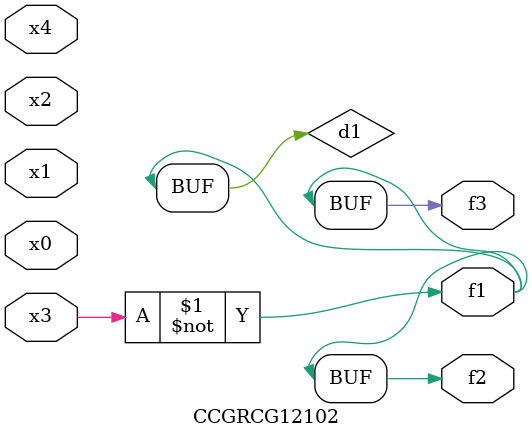
<source format=v>
module CCGRCG12102(
	input x0, x1, x2, x3, x4,
	output f1, f2, f3
);

	wire d1, d2;

	xnor (d1, x3);
	not (d2, x1);
	assign f1 = d1;
	assign f2 = d1;
	assign f3 = d1;
endmodule

</source>
